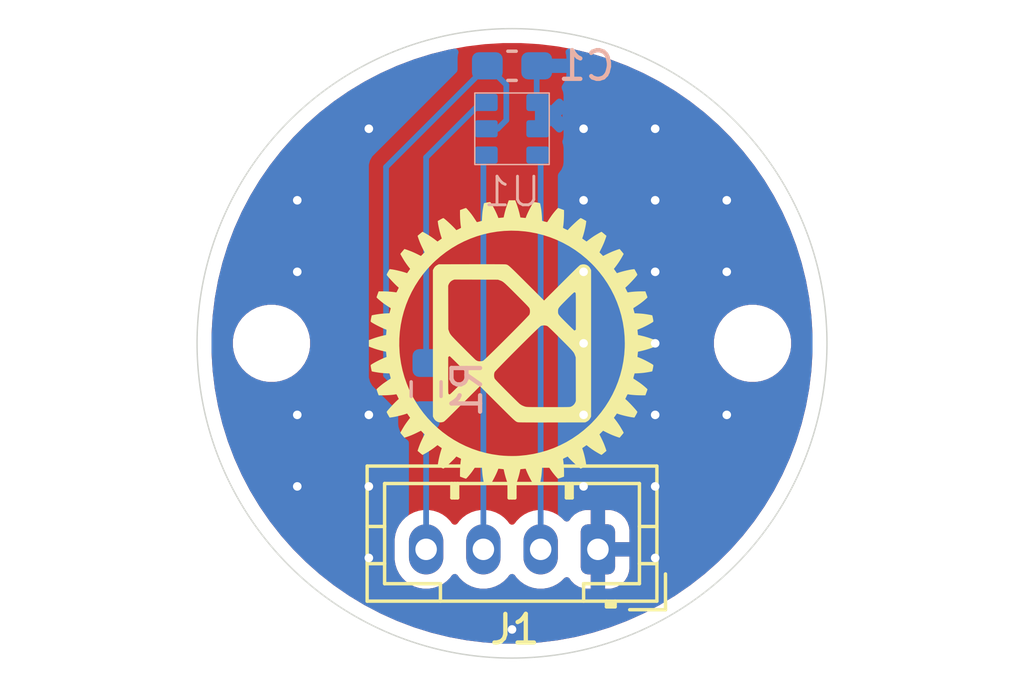
<source format=kicad_pcb>
(kicad_pcb (version 20241229) (generator "pcbnew") (generator_version "9.0")
  (layers (0 "F.Cu" signal) (2 "B.Cu" signal) (13 "F.Paste" user) (15 "B.Paste" user) (5 "F.SilkS" user "F.Silkscreen") (7 "B.SilkS" user "B.Silkscreen") (1 "F.Mask" user) (3 "B.Mask" user) (25 "Edge.Cuts" user))
  (net 0 "")
  (net 1 "+3.3V")
  (net 2 "GND")
  (net 3 "Net-(J1-Pin_2)")
  (net 4 "Net-(J1-Pin_3)")
  (net 5 "Net-(U1-Anode)")
  (footprint "Connector_JST:JST_PH_B4B-PH-K_1x04_P2.00mm_Vertical" (layer "F.Cu") (at 133 97.2 180)
    (property "Reference" "J1" (at 2.9 -2.8 0) (layer "F.SilkS"))
    (property "Value" "Conn_01x04")
    (pad "1" thru_hole roundrect (at 0 0 180) (size 1.2 1.75) (drill 0.75) (layers "*.Cu" "*.Mask") (roundrect_rratio 0.208333) (net 2 "GND"))
    (pad "2" thru_hole oval (at 2 0 180) (size 1.2 1.75) (drill 0.75) (layers "*.Cu" "*.Mask") (net 3 "Net-(J1-Pin_2)"))
    (pad "3" thru_hole oval (at 4 0 180) (size 1.2 1.75) (drill 0.75) (layers "*.Cu" "*.Mask") (net 4 "Net-(J1-Pin_3)"))
    (pad "4" thru_hole oval (at 6 0 180) (size 1.2 1.75) (drill 0.75) (layers "*.Cu" "*.Mask") (net 1 "+3.3V"))
  )
  (footprint "MountingHole:MountingHole_2.2mm_M2" (layer "F.Cu") (at 121.6 90)
    (property "Reference" "REF**" (hide yes))
    (property "Value" "MountingHole_2.2mm_M2")
    (pad "" np_thru_hole circle (at 0 0) (size 2.2 2.2) (drill 2.2) (layers "*.Cu" "*.Mask"))
  )
  (footprint "MountingHole:MountingHole_2.2mm_M2" (layer "F.Cu") (at 138.4 90)
    (property "Reference" "REF**" (hide yes))
    (property "Value" "MountingHole_2.2mm_M2")
    (pad "" np_thru_hole circle (at 0 0) (size 2.2 2.2) (drill 2.2) (layers "*.Cu" "*.Mask"))
  )
  (footprint "Symbol:sh_10mm" (layer "F.Cu") (at 130 90)
    (property "Reference" "G***" (hide yes))
    (property "Value" "LOGO" (hide yes))
  )
  (footprint "Resistor_SMD:R_0603_1608Metric_Pad0.98x0.95mm_HandSolder" (layer "B.Cu") (at 127 91.6 90)
    (property "Reference" "R1" (at 0 1.43 90) (layer "B.SilkS") (effects (justify mirror)))
    (property "Value" "220")
    (pad "1" smd roundrect (at -0.9125 0 90) (size 0.975 0.95) (layers "B.Cu" "B.Mask" "B.Paste") (net 1 "+3.3V"))
    (pad "2" smd roundrect (at 0.9125 0 90) (size 0.975 0.95) (layers "B.Cu" "B.Mask" "B.Paste") (net 5 "Net-(U1-Anode)"))
  )
  (footprint "Capacitor_SMD:C_0603_1608Metric_Pad1.08x0.95mm_HandSolder" (layer "B.Cu") (at 130 80.3)
    (property "Reference" "C1" (at 2.6 0 0) (layer "B.SilkS") (effects (justify mirror)))
    (property "Value" "0.1u")
    (pad "1" smd roundrect (at -0.8625 0) (size 1.075 0.95) (layers "B.Cu" "B.Mask" "B.Paste") (net 1 "+3.3V"))
    (pad "2" smd roundrect (at 0.8625 0) (size 1.075 0.95) (layers "B.Cu" "B.Mask" "B.Paste") (net 2 "GND"))
  )
  (footprint "OptoDevice:NJL5820R" (layer "B.Cu") (at 130 82.5 -90)
    (property "Reference" "U1" (at 2.2 0 0) (layer "B.SilkS") (effects (font (thickness 0.1)) (justify mirror)))
    (property "Value" "~")
    (pad "1" smd roundrect (at -0.92 -0.9 270) (size 0.6 0.8) (layers "B.Cu" "B.Mask" "B.Paste") (roundrect_rratio 0.15) (net 2 "GND"))
    (pad "2" smd roundrect (at 0 -0.9 270) (size 0.6 0.8) (layers "B.Cu" "B.Mask" "B.Paste") (roundrect_rratio 0.15) (net 2 "GND"))
    (pad "3" smd roundrect (at 0.92 -0.9 270) (size 0.6 0.8) (layers "B.Cu" "B.Mask" "B.Paste") (roundrect_rratio 0.15) (net 3 "Net-(J1-Pin_2)"))
    (pad "4" smd roundrect (at 0.92 0.9 270) (size 0.6 0.8) (layers "B.Cu" "B.Mask" "B.Paste") (roundrect_rratio 0.15) (net 4 "Net-(J1-Pin_3)"))
    (pad "5" smd roundrect (at 0 0.9 270) (size 0.6 0.8) (layers "B.Cu" "B.Mask" "B.Paste") (roundrect_rratio 0.15) (net 1 "+3.3V"))
    (pad "6" smd roundrect (at -0.92 0.9 270) (size 0.6 0.8) (layers "B.Cu" "B.Mask" "B.Paste") (roundrect_rratio 0.15) (net 5 "Net-(U1-Anode)"))
  )
  (gr_circle (center 130 90) (end 141 90) (stroke (width 0.05)) (fill no) (layer "Edge.Cuts"))
  (segment (start 125.601 83.8365) (end 129.1375 80.3) (width 0.2) (layer "B.Cu") (net 1))
  (segment (start 129.8 82.199999) (end 129.499999 82.5) (width 0.2) (layer "B.Cu") (net 1))
  (segment (start 129.499999 82.5) (end 129.1 82.5) (width 0.2) (layer "B.Cu") (net 1))
  (segment (start 127 97.2) (end 127 92.5125) (width 0.2) (layer "B.Cu") (net 1))
  (segment (start 129.1375 80.3) (end 129.8 80.9625) (width 0.2) (layer "B.Cu") (net 1))
  (segment (start 125.601 91.1135) (end 125.601 83.8365) (width 0.2) (layer "B.Cu") (net 1))
  (segment (start 127 92.4) (end 127.1 92.3) (width 0.2) (layer "B.Cu") (net 1))
  (segment (start 129.8 80.9625) (end 129.8 82.199999) (width 0.2) (layer "B.Cu") (net 1))
  (segment (start 127 92.5125) (end 125.601 91.1135) (width 0.2) (layer "B.Cu") (net 1))
  (via (at 137.5 85) (size 0.6) (drill 0.3) (layers "F.Cu" "B.Cu") (net 2))
  (via (at 125 92.5) (size 0.6) (drill 0.3) (layers "F.Cu" "B.Cu") (net 2))
  (via (at 132.5 85) (size 0.6) (drill 0.3) (layers "F.Cu" "B.Cu") (net 2))
  (via (at 137.5 92.5) (size 0.6) (drill 0.3) (layers "F.Cu" "B.Cu") (net 2))
  (via (at 122.5 92.5) (size 0.6) (drill 0.3) (layers "F.Cu" "B.Cu") (net 2))
  (via (at 132.5 95) (size 0.6) (drill 0.3) (layers "F.Cu" "B.Cu") (net 2))
  (via (at 132.5 82.5) (size 0.6) (drill 0.3) (layers "F.Cu" "B.Cu") (net 2))
  (via (at 125 82.5) (size 0.6) (drill 0.3) (layers "F.Cu" "B.Cu") (net 2))
  (via (at 125 97.5) (size 0.6) (drill 0.3) (layers "F.Cu" "B.Cu") (net 2))
  (via (at 132.5 92.5) (size 0.6) (drill 0.3) (layers "F.Cu" "B.Cu") (net 2))
  (via (at 132.5 87.5) (size 0.6) (drill 0.3) (layers "F.Cu" "B.Cu") (net 2))
  (via (at 137.5 87.5) (size 0.6) (drill 0.3) (layers "F.Cu" "B.Cu") (net 2))
  (via (at 135 90) (size 0.6) (drill 0.3) (layers "F.Cu" "B.Cu") (net 2))
  (via (at 135 95) (size 0.6) (drill 0.3) (layers "F.Cu" "B.Cu") (net 2))
  (via (at 125 95) (size 0.6) (drill 0.3) (layers "F.Cu" "B.Cu") (net 2))
  (via (at 122.5 95) (size 0.6) (drill 0.3) (layers "F.Cu" "B.Cu") (net 2))
  (via (at 130 100) (size 0.6) (drill 0.3) (layers "F.Cu" "B.Cu") (net 2))
  (via (at 122.5 85) (size 0.6) (drill 0.3) (layers "F.Cu" "B.Cu") (net 2))
  (via (at 135 87.5) (size 0.6) (drill 0.3) (layers "F.Cu" "B.Cu") (net 2))
  (via (at 135 92.5) (size 0.6) (drill 0.3) (layers "F.Cu" "B.Cu") (net 2))
  (via (at 122.5 87.5) (size 0.6) (drill 0.3) (layers "F.Cu" "B.Cu") (net 2))
  (via (at 132.5 90) (size 0.6) (drill 0.3) (layers "F.Cu" "B.Cu") (net 2))
  (via (at 135 85) (size 0.6) (drill 0.3) (layers "F.Cu" "B.Cu") (net 2))
  (via (at 135 82.5) (size 0.6) (drill 0.3) (layers "F.Cu" "B.Cu") (net 2))
  (via (at 135 97.5) (size 0.6) (drill 0.3) (layers "F.Cu" "B.Cu") (net 2))
  (segment (start 130.8625 80.3) (end 130.8625 81.5425) (width 0.2) (layer "B.Cu") (net 2))
  (segment (start 130.9 81.58) (end 130.9 82.5) (width 0.2) (layer "B.Cu") (net 2))
  (segment (start 130.8625 81.5425) (end 130.9 81.58) (width 0.2) (layer "B.Cu") (net 2))
  (segment (start 131 97.2) (end 131 83.52) (width 0.2) (layer "B.Cu") (net 3))
  (segment (start 131 83.52) (end 130.9 83.42) (width 0.2) (layer "B.Cu") (net 3))
  (segment (start 129 97.2) (end 129 83.52) (width 0.2) (layer "B.Cu") (net 4))
  (segment (start 129 83.52) (end 129.1 83.42) (width 0.2) (layer "B.Cu") (net 4))
  (segment (start 128.92 81.58) (end 129.1 81.58) (width 0.2) (layer "B.Cu") (net 5))
  (segment (start 127 90.6875) (end 127 83.5) (width 0.2) (layer "B.Cu") (net 5))
  (segment (start 127 83.5) (end 128.92 81.58) (width 0.2) (layer "B.Cu") (net 5))
  (zone (net 2) (net_name "GND") (layers "F.Cu" "B.Cu") (connect_pads (clearance 0.5)) (min_thickness 0.25) (fill yes (thermal_gap 0.5) (thermal_bridge_width 0.5))
    (polygon (pts (xy 118 78) (xy 142 78) (xy 142 102) (xy 118 102)))
  )
  (zone (net 0) (net_name "") (layer "B.Cu") (connect_pads (clearance 0)) (min_thickness 0.25)
    (keepout (tracks not_allowed) (vias not_allowed) (pads not_allowed) (copperpour not_allowed) (footprints allowed))
    (fill (thermal_gap 0.5) (thermal_bridge_width 0.5))
    (polygon (pts (xy 141.5 92) (xy 142.5 93) (xy 142.5 94.25) (xy 144 94.25) (xy 144 94.5) (xy 141.5 94.5)))
  )
)
</source>
